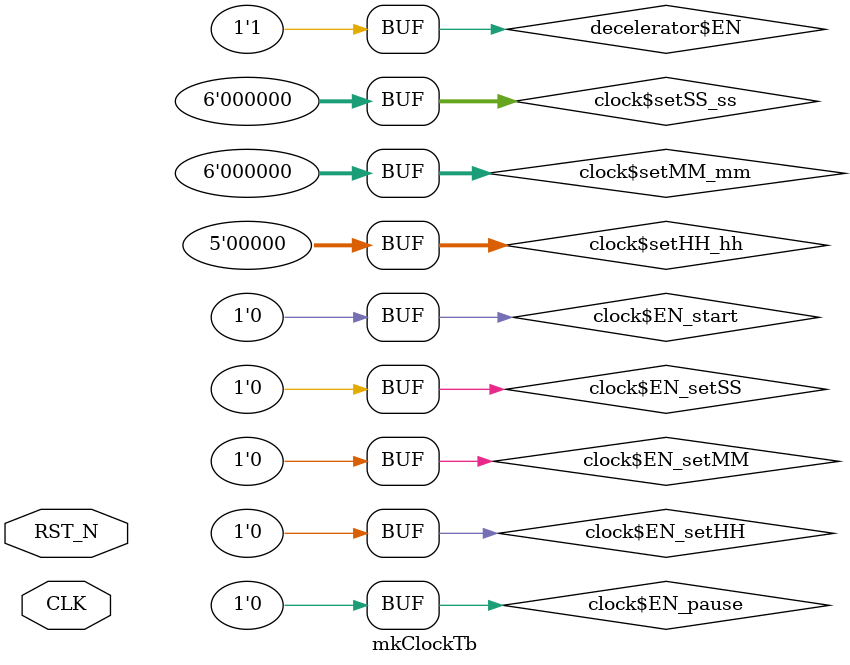
<source format=v>

`ifdef BSV_ASSIGNMENT_DELAY
`else
`define BSV_ASSIGNMENT_DELAY
`endif

module mkClockTb(CLK,
		 RST_N);
  input  CLK;
  input  RST_N;

  // register decelerator
  reg [7 : 0] decelerator;
  wire [7 : 0] decelerator$D_IN;
  wire decelerator$EN;

  // ports of submodule clock
  wire [11 : 0] clock$dataMMSS;
  wire [10 : 0] clock$dataHHMM;
  wire [5 : 0] clock$setMM_mm, clock$setSS_ss;
  wire [4 : 0] clock$setHH_hh;
  wire clock$EN_pause,
       clock$EN_setHH,
       clock$EN_setMM,
       clock$EN_setSS,
       clock$EN_start;

  // submodule clock
  mkClock clock(.CLK(CLK),
		.RST_N(RST_N),
		.setHH_hh(clock$setHH_hh),
		.setMM_mm(clock$setMM_mm),
		.setSS_ss(clock$setSS_ss),
		.EN_pause(clock$EN_pause),
		.EN_start(clock$EN_start),
		.EN_setHH(clock$EN_setHH),
		.EN_setMM(clock$EN_setMM),
		.EN_setSS(clock$EN_setSS),
		.RDY_pause(),
		.RDY_start(),
		.RDY_setHH(),
		.RDY_setMM(),
		.RDY_setSS(),
		.dataHHMM(clock$dataHHMM),
		.RDY_dataHHMM(),
		.dataMMSS(clock$dataMMSS),
		.RDY_dataMMSS());

  // register decelerator
  assign decelerator$D_IN = decelerator + 8'd1 ;
  assign decelerator$EN = 1'd1 ;

  // submodule clock
  assign clock$setHH_hh = 5'h0 ;
  assign clock$setMM_mm = 6'h0 ;
  assign clock$setSS_ss = 6'h0 ;
  assign clock$EN_pause = 1'b0 ;
  assign clock$EN_start = 1'b0 ;
  assign clock$EN_setHH = 1'b0 ;
  assign clock$EN_setMM = 1'b0 ;
  assign clock$EN_setSS = 1'b0 ;

  // handling of inlined registers

  always@(posedge CLK)
  begin
    if (!RST_N)
      begin
        decelerator <= `BSV_ASSIGNMENT_DELAY 8'd0;
      end
    else
      begin
        if (decelerator$EN)
	  decelerator <= `BSV_ASSIGNMENT_DELAY decelerator$D_IN;
      end
  end

  // synopsys translate_off
  `ifdef BSV_NO_INITIAL_BLOCKS
  `else // not BSV_NO_INITIAL_BLOCKS
  initial
  begin
    decelerator = 8'hAA;
  end
  `endif // BSV_NO_INITIAL_BLOCKS
  // synopsys translate_on

  // handling of system tasks

  // synopsys translate_off
  always@(negedge CLK)
  begin
    #0;
    if (RST_N)
      if (decelerator == 8'd0)
	$display("%d %d %d\n",
		 clock$dataHHMM[10:6],
		 clock$dataHHMM[5:0],
		 clock$dataMMSS[5:0]);
  end
  // synopsys translate_on
endmodule  // mkClockTb


</source>
